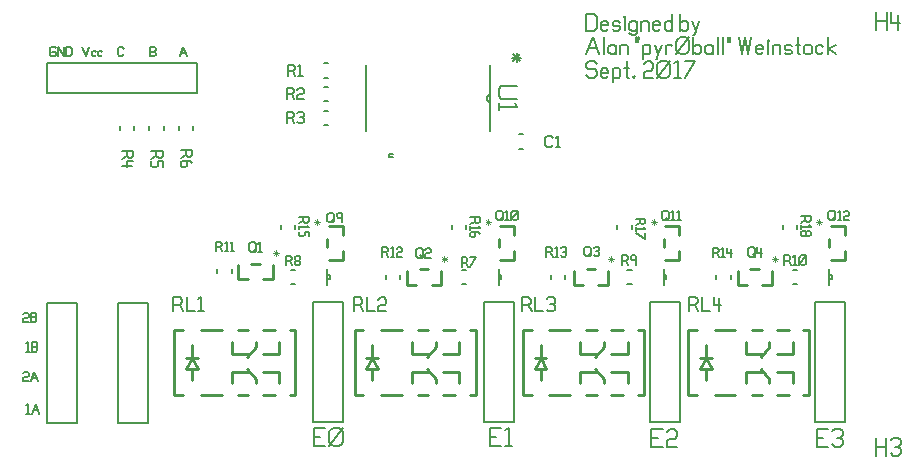
<source format=gto>
G04 -- Generated By PCBWeb Designer*
%FSLAX24Y24*%
%MOIN*%
%OFA0B0*%
%SFA1.0B1.0*%
%AMROTRECT*21,1,$1,$2,0,0,$3*%
%AMROTOBLONG*1,1,$7,$1,$2*1,1,$7,$3,$4*21,1,$5,$6,0,0,$8*%
%ADD10C,0.025*%
%ADD11R,0.022X0.085*%
%ADD12R,0.032X0.095*%
%ADD13C,0.006*%
%ADD14C,0.0075*%
%ADD15C,0.0235*%
%ADD16C,0.008*%
%ADD17C,0.024*%
%ADD18C,0.05*%
%ADD19C,0.028*%
%ADD20C,0.06*%
%ADD21C,0.035*%
%ADD22C,0.07*%
%ADD23R,0.0433X0.055*%
%ADD24R,0.0533X0.065*%
%ADD25R,0.055X0.0433*%
%ADD26R,0.065X0.0533*%
%ADD27C,0.1772*%
%ADD28C,0.128*%
%ADD29C,0.1872*%
%ADD30C,0.0059*%
%ADD31R,0.0276X0.0236*%
%ADD32R,0.0376X0.0336*%
%ADD33C,0.01*%
%ADD34C,0.0039*%
%ADD35C,0.0199*%
%ADD36R,0.07X0.085*%
%ADD37R,0.08X0.095*%
%ADD38R,0.0276X0.0787*%
%ADD39R,0.0376X0.0887*%
%ADD40R,0.0236X0.0276*%
%ADD41R,0.0336X0.0376*%
%ADD42C,0.0*%
%ADD43C,0.0394*%
%ADD44C,0.0258*%
%ADD45C,0.0098*%
G01*
%LNERASE*%
%LPC*%
G54D15*
X18187Y14712D02*
X18412Y14487D01*
X18412Y14712D02*
X18187Y14487D01*
X18449Y14599D02*
X18149Y14599D01*
X18299Y14749D02*
X18299Y14449D01*
G54D17*
X18315Y13645D02*
X17790Y13645D01*
X17715Y13570D01*
X17715Y13307D01*
X17790Y13232D01*
X18315Y13232D01*
X17715Y13082D02*
X17715Y12857D01*
X17715Y12970D02*
X18315Y12970D01*
X18240Y13082D01*
X11903Y2257D02*
X11528Y2257D01*
X11528Y1657D01*
X11903Y1657D01*
X11528Y1957D02*
X11753Y1957D01*
X12053Y1807D02*
X12090Y1732D01*
X12128Y1695D01*
X12203Y1657D01*
X12353Y1657D01*
X12428Y1695D01*
X12465Y1732D01*
X12503Y1807D01*
X12503Y2107D01*
X12465Y2182D01*
X12428Y2220D01*
X12353Y2257D01*
X12203Y2257D01*
X12128Y2220D01*
X12090Y2182D01*
X12053Y2107D01*
X12053Y1807D01*
X12053Y1807D01*
X12053Y1657D02*
X12503Y2257D01*
X17769Y2257D02*
X17394Y2257D01*
X17394Y1657D01*
X17769Y1657D01*
X17394Y1957D02*
X17619Y1957D01*
X17919Y1657D02*
X18144Y1657D01*
X18031Y1657D02*
X18031Y2257D01*
X17919Y2182D01*
X23163Y2237D02*
X22788Y2237D01*
X22788Y1637D01*
X23163Y1637D01*
X22788Y1937D02*
X23013Y1937D01*
X23313Y2124D02*
X23425Y2237D01*
X23538Y2237D01*
X23650Y2124D01*
X23650Y1974D01*
X23575Y1899D01*
X23388Y1899D01*
X23313Y1824D01*
X23313Y1637D01*
X23650Y1637D01*
X28674Y2237D02*
X28299Y2237D01*
X28299Y1637D01*
X28674Y1637D01*
X28299Y1937D02*
X28524Y1937D01*
X28824Y2162D02*
X28899Y2237D01*
X29087Y2237D01*
X29162Y2162D01*
X29162Y2012D01*
X29087Y1937D01*
X28974Y1937D01*
X29087Y1937D02*
X29162Y1862D01*
X29162Y1712D01*
X29087Y1637D01*
X28899Y1637D01*
X28824Y1712D01*
X10665Y13983D02*
X10665Y14361D01*
X10830Y14361D01*
X10901Y14290D01*
X10901Y14219D01*
X10830Y14148D01*
X10665Y14148D01*
X10830Y14148D02*
X10925Y13983D01*
X11019Y13983D02*
X11161Y13983D01*
X11090Y13983D02*
X11090Y14361D01*
X11019Y14314D01*
X10632Y13211D02*
X10632Y13589D01*
X10798Y13589D01*
X10869Y13518D01*
X10869Y13448D01*
X10798Y13377D01*
X10632Y13377D01*
X10798Y13377D02*
X10892Y13211D01*
X10987Y13518D02*
X11058Y13589D01*
X11128Y13589D01*
X11199Y13518D01*
X11199Y13424D01*
X11152Y13377D01*
X11034Y13377D01*
X10987Y13329D01*
X10987Y13211D01*
X11199Y13211D01*
X10632Y12424D02*
X10632Y12802D01*
X10798Y12802D01*
X10869Y12731D01*
X10869Y12660D01*
X10798Y12589D01*
X10632Y12589D01*
X10798Y12589D02*
X10892Y12424D01*
X10987Y12755D02*
X11034Y12802D01*
X11152Y12802D01*
X11199Y12755D01*
X11199Y12660D01*
X11152Y12613D01*
X11081Y12613D01*
X11152Y12613D02*
X11199Y12566D01*
X11199Y12471D01*
X11152Y12424D01*
X11034Y12424D01*
X10987Y12471D01*
X19511Y11912D02*
X19441Y11983D01*
X19322Y11983D01*
X19252Y11912D01*
X19252Y11676D01*
X19322Y11605D01*
X19441Y11605D01*
X19511Y11676D01*
X19606Y11605D02*
X19748Y11605D01*
X19677Y11605D02*
X19677Y11983D01*
X19606Y11936D01*
X5140Y11495D02*
X5518Y11495D01*
X5518Y11329D01*
X5448Y11258D01*
X5377Y11258D01*
X5306Y11329D01*
X5306Y11495D01*
X5306Y11329D02*
X5140Y11235D01*
X5518Y11140D02*
X5306Y11140D01*
X5306Y10951D01*
X5471Y10999D02*
X5140Y10999D01*
X6125Y11495D02*
X6503Y11495D01*
X6503Y11329D01*
X6432Y11258D01*
X6361Y11258D01*
X6290Y11329D01*
X6290Y11495D01*
X6290Y11329D02*
X6125Y11235D01*
X6503Y10951D02*
X6503Y11140D01*
X6337Y11140D01*
X6337Y10999D01*
X6290Y10951D01*
X6172Y10951D01*
X6125Y10999D01*
X6125Y11140D01*
X7109Y11513D02*
X7487Y11513D01*
X7487Y11348D01*
X7416Y11277D01*
X7345Y11277D01*
X7274Y11348D01*
X7274Y11513D01*
X7274Y11348D02*
X7109Y11253D01*
X7487Y11088D02*
X7416Y11159D01*
X7156Y11159D01*
X7109Y11112D01*
X7109Y10994D01*
X7156Y10946D01*
X7251Y10946D01*
X7298Y10994D01*
X7298Y11112D01*
X7251Y11159D01*
X2933Y14921D02*
X2894Y14961D01*
X2776Y14961D01*
X2736Y14921D01*
X2736Y14685D01*
X2776Y14646D01*
X2894Y14646D01*
X2933Y14685D01*
X2933Y14803D01*
X2795Y14803D01*
X3012Y14646D02*
X3012Y14961D01*
X3209Y14646D01*
X3209Y14961D01*
X3287Y14646D02*
X3287Y14961D01*
X3425Y14961D01*
X3484Y14902D01*
X3484Y14705D01*
X3425Y14646D01*
X3287Y14646D01*
X3287Y14646D01*
X3819Y14961D02*
X3937Y14646D01*
X4055Y14961D01*
X4272Y14784D02*
X4232Y14823D01*
X4173Y14823D01*
X4134Y14784D01*
X4134Y14685D01*
X4173Y14646D01*
X4232Y14646D01*
X4272Y14685D01*
X4488Y14784D02*
X4449Y14823D01*
X4390Y14823D01*
X4350Y14784D01*
X4350Y14685D01*
X4390Y14646D01*
X4449Y14646D01*
X4488Y14685D01*
X5217Y14902D02*
X5158Y14961D01*
X5059Y14961D01*
X5000Y14902D01*
X5000Y14705D01*
X5059Y14646D01*
X5158Y14646D01*
X5217Y14705D01*
X6083Y14646D02*
X6083Y14961D01*
X6221Y14961D01*
X6260Y14921D01*
X6260Y14843D01*
X6221Y14803D01*
X6260Y14764D01*
X6260Y14685D01*
X6221Y14646D01*
X6083Y14646D01*
X6221Y14803D02*
X6083Y14803D01*
X7112Y14764D02*
X7258Y14764D01*
X7067Y14646D02*
X7185Y14961D01*
X7303Y14646D01*
X1850Y6043D02*
X1909Y6102D01*
X1969Y6102D01*
X2028Y6043D01*
X2028Y5965D01*
X1988Y5925D01*
X1890Y5925D01*
X1850Y5886D01*
X1850Y5787D01*
X2028Y5787D01*
X2106Y5787D02*
X2106Y6102D01*
X2244Y6102D01*
X2283Y6063D01*
X2283Y5984D01*
X2244Y5945D01*
X2283Y5906D01*
X2283Y5827D01*
X2244Y5787D01*
X2106Y5787D01*
X2244Y5945D02*
X2106Y5945D01*
X1949Y4803D02*
X2067Y4803D01*
X2008Y4803D02*
X2008Y5118D01*
X1949Y5079D01*
X2146Y4803D02*
X2146Y5118D01*
X2283Y5118D01*
X2323Y5079D01*
X2323Y5000D01*
X2283Y4961D01*
X2323Y4921D01*
X2323Y4843D01*
X2283Y4803D01*
X2146Y4803D01*
X2283Y4961D02*
X2146Y4961D01*
X1850Y4075D02*
X1909Y4134D01*
X1969Y4134D01*
X2028Y4075D01*
X2028Y3996D01*
X1988Y3957D01*
X1890Y3957D01*
X1850Y3917D01*
X1850Y3819D01*
X2028Y3819D01*
X2152Y3937D02*
X2297Y3937D01*
X2106Y3819D02*
X2224Y4134D01*
X2343Y3819D01*
X1949Y2736D02*
X2067Y2736D01*
X2008Y2736D02*
X2008Y3051D01*
X1949Y3012D01*
X2191Y2854D02*
X2337Y2854D01*
X2146Y2736D02*
X2264Y3051D01*
X2382Y2736D01*
X21805Y7690D02*
X21805Y8005D01*
X21942Y8005D01*
X22001Y7946D01*
X22001Y7887D01*
X21942Y7828D01*
X21805Y7828D01*
X21942Y7828D02*
X22021Y7690D01*
X22100Y7966D02*
X22139Y8005D01*
X22238Y8005D01*
X22277Y7966D01*
X22277Y7887D01*
X22238Y7848D01*
X22139Y7848D01*
X22100Y7887D01*
X22100Y7966D01*
X22100Y7966D01*
X22277Y7887D02*
X22277Y7690D01*
X27226Y7690D02*
X27226Y8005D01*
X27363Y8005D01*
X27422Y7946D01*
X27422Y7887D01*
X27363Y7828D01*
X27226Y7828D01*
X27363Y7828D02*
X27442Y7690D01*
X27521Y7690D02*
X27639Y7690D01*
X27580Y7690D02*
X27580Y8005D01*
X27521Y7966D01*
X27718Y7769D02*
X27737Y7730D01*
X27757Y7710D01*
X27796Y7690D01*
X27875Y7690D01*
X27914Y7710D01*
X27934Y7730D01*
X27954Y7769D01*
X27954Y7926D01*
X27934Y7966D01*
X27914Y7985D01*
X27875Y8005D01*
X27796Y8005D01*
X27757Y7985D01*
X27737Y7966D01*
X27718Y7926D01*
X27718Y7769D01*
X27718Y7769D01*
X27718Y7690D02*
X27954Y8005D01*
G54D35*
X11575Y9039D02*
X11717Y9181D01*
X11575Y9181D02*
X11717Y9039D01*
X11646Y9205D02*
X11646Y9016D01*
X11551Y9110D02*
X11740Y9110D01*
G54D17*
X12045Y9108D02*
X11986Y9167D01*
X11986Y9364D01*
X12045Y9423D01*
X12163Y9423D01*
X12222Y9364D01*
X12222Y9167D01*
X12163Y9108D01*
X12045Y9108D01*
X12045Y9108D01*
X12222Y9108D02*
X12143Y9187D01*
X12301Y9383D02*
X12340Y9423D01*
X12439Y9423D01*
X12478Y9383D01*
X12478Y9305D01*
X12439Y9265D01*
X12340Y9265D01*
X12301Y9305D01*
X12301Y9383D01*
X12301Y9383D01*
X12478Y9305D02*
X12478Y9108D01*
G54D35*
X17283Y9039D02*
X17425Y9181D01*
X17283Y9181D02*
X17425Y9039D01*
X17354Y9205D02*
X17354Y9016D01*
X17260Y9110D02*
X17449Y9110D01*
G54D17*
X17667Y9187D02*
X17608Y9246D01*
X17608Y9443D01*
X17667Y9502D01*
X17785Y9502D01*
X17844Y9443D01*
X17844Y9246D01*
X17785Y9187D01*
X17667Y9187D01*
X17667Y9187D01*
X17844Y9187D02*
X17766Y9265D01*
X17923Y9187D02*
X18041Y9187D01*
X17982Y9187D02*
X17982Y9502D01*
X17923Y9462D01*
X18120Y9265D02*
X18140Y9226D01*
X18159Y9206D01*
X18199Y9187D01*
X18277Y9187D01*
X18317Y9206D01*
X18337Y9226D01*
X18356Y9265D01*
X18356Y9423D01*
X18337Y9462D01*
X18317Y9482D01*
X18277Y9502D01*
X18199Y9502D01*
X18159Y9482D01*
X18140Y9462D01*
X18120Y9423D01*
X18120Y9265D01*
X18120Y9265D01*
X18120Y9187D02*
X18356Y9502D01*
G54D35*
X22795Y9039D02*
X22937Y9181D01*
X22795Y9181D02*
X22937Y9039D01*
X22866Y9205D02*
X22866Y9016D01*
X22772Y9110D02*
X22961Y9110D01*
G54D17*
X23193Y9187D02*
X23134Y9246D01*
X23134Y9443D01*
X23193Y9502D01*
X23311Y9502D01*
X23370Y9443D01*
X23370Y9246D01*
X23311Y9187D01*
X23193Y9187D01*
X23193Y9187D01*
X23370Y9187D02*
X23291Y9265D01*
X23449Y9187D02*
X23567Y9187D01*
X23508Y9187D02*
X23508Y9502D01*
X23449Y9462D01*
X23646Y9187D02*
X23764Y9187D01*
X23705Y9187D02*
X23705Y9502D01*
X23646Y9462D01*
G54D35*
X28307Y9039D02*
X28449Y9181D01*
X28307Y9181D02*
X28449Y9039D01*
X28378Y9205D02*
X28378Y9016D01*
X28283Y9110D02*
X28472Y9110D01*
G54D17*
X28747Y9187D02*
X28688Y9246D01*
X28688Y9443D01*
X28747Y9502D01*
X28865Y9502D01*
X28924Y9443D01*
X28924Y9246D01*
X28865Y9187D01*
X28747Y9187D01*
X28747Y9187D01*
X28924Y9187D02*
X28845Y9265D01*
X29003Y9187D02*
X29121Y9187D01*
X29062Y9187D02*
X29062Y9502D01*
X29003Y9462D01*
X29200Y9443D02*
X29259Y9502D01*
X29318Y9502D01*
X29377Y9443D01*
X29377Y9364D01*
X29338Y9324D01*
X29239Y9324D01*
X29200Y9285D01*
X29200Y9187D01*
X29377Y9187D01*
X8275Y8147D02*
X8275Y8462D01*
X8412Y8462D01*
X8471Y8403D01*
X8471Y8344D01*
X8412Y8285D01*
X8275Y8285D01*
X8412Y8285D02*
X8491Y8147D01*
X8570Y8147D02*
X8688Y8147D01*
X8629Y8147D02*
X8629Y8462D01*
X8570Y8422D01*
X8767Y8147D02*
X8885Y8147D01*
X8826Y8147D02*
X8826Y8462D01*
X8767Y8422D01*
X13806Y7967D02*
X13806Y8282D01*
X13944Y8282D01*
X14003Y8223D01*
X14003Y8164D01*
X13944Y8105D01*
X13806Y8105D01*
X13944Y8105D02*
X14023Y7967D01*
X14102Y7967D02*
X14220Y7967D01*
X14161Y7967D02*
X14161Y8282D01*
X14102Y8242D01*
X14298Y8223D02*
X14357Y8282D01*
X14416Y8282D01*
X14476Y8223D01*
X14476Y8144D01*
X14436Y8105D01*
X14338Y8105D01*
X14298Y8065D01*
X14298Y7967D01*
X14476Y7967D01*
X19279Y7967D02*
X19279Y8282D01*
X19417Y8282D01*
X19476Y8223D01*
X19476Y8164D01*
X19417Y8105D01*
X19279Y8105D01*
X19417Y8105D02*
X19495Y7967D01*
X19574Y7967D02*
X19692Y7967D01*
X19633Y7967D02*
X19633Y8282D01*
X19574Y8242D01*
X19771Y8242D02*
X19810Y8282D01*
X19909Y8282D01*
X19948Y8242D01*
X19948Y8164D01*
X19909Y8124D01*
X19850Y8124D01*
X19909Y8124D02*
X19948Y8085D01*
X19948Y8006D01*
X19909Y7967D01*
X19810Y7967D01*
X19771Y8006D01*
X24830Y7948D02*
X24830Y8263D01*
X24968Y8263D01*
X25027Y8204D01*
X25027Y8145D01*
X24968Y8086D01*
X24830Y8086D01*
X24968Y8086D02*
X25047Y7948D01*
X25125Y7948D02*
X25244Y7948D01*
X25184Y7948D02*
X25184Y8263D01*
X25125Y8224D01*
X25322Y8263D02*
X25322Y8086D01*
X25480Y8086D01*
X25440Y8224D02*
X25440Y7948D01*
X11050Y9296D02*
X11365Y9296D01*
X11365Y9158D01*
X11306Y9099D01*
X11247Y9099D01*
X11188Y9158D01*
X11188Y9296D01*
X11188Y9158D02*
X11050Y9080D01*
X11050Y9001D02*
X11050Y8883D01*
X11050Y8942D02*
X11365Y8942D01*
X11325Y9001D01*
X11365Y8647D02*
X11365Y8804D01*
X11227Y8804D01*
X11227Y8686D01*
X11188Y8647D01*
X11089Y8647D01*
X11050Y8686D01*
X11050Y8804D01*
X16759Y9276D02*
X17074Y9276D01*
X17074Y9138D01*
X17014Y9079D01*
X16955Y9079D01*
X16896Y9138D01*
X16896Y9276D01*
X16896Y9138D02*
X16759Y9059D01*
X16759Y8980D02*
X16759Y8862D01*
X16759Y8921D02*
X17074Y8921D01*
X17034Y8980D01*
X17074Y8724D02*
X17014Y8783D01*
X16798Y8783D01*
X16759Y8744D01*
X16759Y8646D01*
X16798Y8606D01*
X16877Y8606D01*
X16916Y8646D01*
X16916Y8744D01*
X16877Y8783D01*
X22270Y9236D02*
X22585Y9236D01*
X22585Y9098D01*
X22526Y9039D01*
X22467Y9039D01*
X22408Y9098D01*
X22408Y9236D01*
X22408Y9098D02*
X22270Y9020D01*
X22270Y8941D02*
X22270Y8823D01*
X22270Y8882D02*
X22585Y8882D01*
X22546Y8941D01*
X22585Y8744D02*
X22585Y8567D01*
X22270Y8744D01*
X27782Y9315D02*
X28097Y9315D01*
X28097Y9177D01*
X28038Y9118D01*
X27979Y9118D01*
X27920Y9177D01*
X27920Y9315D01*
X27920Y9177D02*
X27782Y9098D01*
X27782Y9020D02*
X27782Y8902D01*
X27782Y8961D02*
X28097Y8961D01*
X28058Y9020D01*
X27822Y8823D02*
X27782Y8783D01*
X27782Y8685D01*
X27822Y8646D01*
X27900Y8646D01*
X27940Y8685D01*
X27940Y8783D01*
X27900Y8823D01*
X27822Y8823D01*
X27822Y8823D01*
X27940Y8685D02*
X27979Y8646D01*
X28058Y8646D01*
X28097Y8685D01*
X28097Y8783D01*
X28058Y8823D01*
X27979Y8823D01*
X27940Y8783D01*
X20614Y15496D02*
X20614Y16063D01*
X20862Y16063D01*
X20969Y15957D01*
X20969Y15602D01*
X20862Y15496D01*
X20614Y15496D01*
X20614Y15496D01*
X21358Y15567D02*
X21287Y15496D01*
X21181Y15496D01*
X21110Y15567D01*
X21110Y15744D01*
X21181Y15815D01*
X21287Y15815D01*
X21358Y15744D01*
X21358Y15673D01*
X21110Y15673D01*
X21730Y15762D02*
X21677Y15815D01*
X21553Y15815D01*
X21500Y15762D01*
X21500Y15691D01*
X21536Y15656D01*
X21695Y15656D01*
X21730Y15620D01*
X21730Y15549D01*
X21677Y15496D01*
X21553Y15496D01*
X21500Y15549D01*
X21899Y15505D02*
X21899Y15939D01*
X21881Y15957D02*
X21899Y15974D01*
X21916Y15957D01*
X21899Y15939D01*
X21881Y15957D01*
X22058Y15709D02*
X22058Y15744D01*
X22129Y15815D01*
X22235Y15815D01*
X22306Y15744D01*
X22306Y15567D01*
X22235Y15496D01*
X22129Y15496D01*
X22058Y15567D01*
X22058Y15709D01*
X22306Y15815D02*
X22306Y15425D01*
X22235Y15354D01*
X22129Y15354D01*
X22058Y15425D01*
X22448Y15815D02*
X22448Y15496D01*
X22448Y15762D02*
X22501Y15815D01*
X22643Y15815D01*
X22696Y15762D01*
X22696Y15496D01*
X23086Y15567D02*
X23015Y15496D01*
X22909Y15496D01*
X22838Y15567D01*
X22838Y15744D01*
X22909Y15815D01*
X23015Y15815D01*
X23086Y15744D01*
X23086Y15673D01*
X22838Y15673D01*
X23227Y15567D02*
X23227Y15744D01*
X23298Y15815D01*
X23405Y15815D01*
X23475Y15744D01*
X23475Y15567D01*
X23405Y15496D01*
X23298Y15496D01*
X23227Y15567D01*
X23475Y15496D02*
X23475Y16063D01*
X23759Y15496D02*
X23759Y16063D01*
X23759Y15567D02*
X23830Y15496D01*
X23936Y15496D01*
X24007Y15567D01*
X24007Y15744D01*
X23936Y15815D01*
X23830Y15815D01*
X23759Y15744D01*
X24149Y15815D02*
X24273Y15496D01*
X24379Y15815D01*
X24273Y15496D02*
X24237Y15372D01*
X24220Y15354D01*
X24184Y15354D01*
X20696Y14921D02*
X20958Y14921D01*
X20614Y14709D02*
X20827Y15276D01*
X21039Y14709D01*
X21217Y15276D02*
X21217Y14709D01*
X21358Y14780D02*
X21429Y14709D01*
X21536Y14709D01*
X21606Y14780D01*
X21606Y14957D01*
X21536Y15028D01*
X21429Y15028D01*
X21358Y14957D01*
X21358Y14780D01*
X21606Y14709D02*
X21606Y15028D01*
X21748Y15028D02*
X21748Y14709D01*
X21748Y14974D02*
X21801Y15028D01*
X21943Y15028D01*
X21996Y14974D01*
X21996Y14709D01*
X22280Y15276D02*
X22280Y15134D01*
X22297Y15276D01*
X22280Y15276D01*
X22280Y15276D01*
X22350Y15276D02*
X22350Y15134D01*
X22368Y15276D01*
X22350Y15276D01*
X22350Y15276D01*
X22510Y14762D02*
X22563Y14709D01*
X22705Y14709D01*
X22758Y14762D01*
X22758Y14974D01*
X22705Y15028D01*
X22563Y15028D01*
X22510Y14974D01*
X22510Y14567D01*
X22510Y14974D02*
X22510Y15028D01*
X22900Y15028D02*
X23024Y14709D01*
X23130Y15028D01*
X23024Y14709D02*
X22988Y14585D01*
X22971Y14567D01*
X22935Y14567D01*
X23272Y15028D02*
X23272Y14709D01*
X23484Y14974D02*
X23431Y15028D01*
X23325Y15028D01*
X23272Y14974D01*
X23272Y14957D01*
X23626Y14850D02*
X23661Y14780D01*
X23697Y14744D01*
X23768Y14709D01*
X23910Y14709D01*
X23980Y14744D01*
X24016Y14780D01*
X24051Y14850D01*
X24051Y15134D01*
X24016Y15205D01*
X23980Y15240D01*
X23910Y15276D01*
X23768Y15276D01*
X23697Y15240D01*
X23661Y15205D01*
X23626Y15134D01*
X23626Y14850D01*
X23626Y14850D01*
X23626Y14709D02*
X24051Y15276D01*
X24193Y14709D02*
X24193Y15276D01*
X24193Y14780D02*
X24264Y14709D01*
X24370Y14709D01*
X24441Y14780D01*
X24441Y14957D01*
X24370Y15028D01*
X24264Y15028D01*
X24193Y14957D01*
X24583Y14780D02*
X24654Y14709D01*
X24760Y14709D01*
X24831Y14780D01*
X24831Y14957D01*
X24760Y15028D01*
X24654Y15028D01*
X24583Y14957D01*
X24583Y14780D01*
X24831Y14709D02*
X24831Y15028D01*
X25008Y15276D02*
X25008Y14709D01*
X25185Y15276D02*
X25185Y14709D01*
X25327Y15276D02*
X25327Y15134D01*
X25345Y15276D01*
X25327Y15276D01*
X25327Y15276D01*
X25398Y15276D02*
X25398Y15134D01*
X25415Y15276D01*
X25398Y15276D01*
X25398Y15276D01*
X25699Y15276D02*
X25805Y14709D01*
X25911Y15276D01*
X26018Y14709D01*
X26124Y15276D01*
X26514Y14780D02*
X26443Y14709D01*
X26337Y14709D01*
X26266Y14780D01*
X26266Y14957D01*
X26337Y15028D01*
X26443Y15028D01*
X26514Y14957D01*
X26514Y14886D01*
X26266Y14886D01*
X26682Y14718D02*
X26682Y15152D01*
X26664Y15169D02*
X26682Y15187D01*
X26700Y15169D01*
X26682Y15152D01*
X26664Y15169D01*
X26842Y15028D02*
X26842Y14709D01*
X26842Y14974D02*
X26895Y15028D01*
X27036Y15028D01*
X27090Y14974D01*
X27090Y14709D01*
X27462Y14974D02*
X27409Y15028D01*
X27285Y15028D01*
X27231Y14974D01*
X27231Y14904D01*
X27267Y14868D01*
X27426Y14868D01*
X27462Y14833D01*
X27462Y14762D01*
X27409Y14709D01*
X27285Y14709D01*
X27231Y14762D01*
X27603Y15028D02*
X27745Y15028D01*
X27745Y14709D02*
X27710Y14709D01*
X27674Y14744D01*
X27674Y15276D01*
X27940Y15028D02*
X27887Y14974D01*
X27887Y14762D01*
X27940Y14709D01*
X28082Y14709D01*
X28135Y14762D01*
X28135Y14974D01*
X28082Y15028D01*
X27940Y15028D01*
X28525Y14957D02*
X28454Y15028D01*
X28348Y15028D01*
X28277Y14957D01*
X28277Y14780D01*
X28348Y14709D01*
X28454Y14709D01*
X28525Y14780D01*
X28666Y14709D02*
X28666Y15276D01*
X28666Y14886D02*
X28932Y15028D01*
X28702Y14904D02*
X28932Y14709D01*
X20969Y14382D02*
X20862Y14488D01*
X20721Y14488D01*
X20614Y14382D01*
X20614Y14276D01*
X20685Y14205D01*
X20898Y14205D01*
X20969Y14134D01*
X20969Y14028D01*
X20862Y13921D01*
X20721Y13921D01*
X20614Y14028D01*
X21358Y13992D02*
X21287Y13921D01*
X21181Y13921D01*
X21110Y13992D01*
X21110Y14169D01*
X21181Y14240D01*
X21287Y14240D01*
X21358Y14169D01*
X21358Y14098D01*
X21110Y14098D01*
X21500Y13974D02*
X21553Y13921D01*
X21695Y13921D01*
X21748Y13974D01*
X21748Y14187D01*
X21695Y14240D01*
X21553Y14240D01*
X21500Y14187D01*
X21500Y13780D01*
X21500Y14187D02*
X21500Y14240D01*
X21890Y14240D02*
X22032Y14240D01*
X22032Y13921D02*
X21996Y13921D01*
X21961Y13957D01*
X21961Y14488D01*
X22173Y13957D02*
X22209Y13921D01*
X22244Y13957D01*
X22209Y13992D01*
X22173Y13957D01*
X22528Y14382D02*
X22634Y14488D01*
X22740Y14488D01*
X22847Y14382D01*
X22847Y14240D01*
X22776Y14169D01*
X22598Y14169D01*
X22528Y14098D01*
X22528Y13921D01*
X22847Y13921D01*
X22988Y14063D02*
X23024Y13992D01*
X23059Y13957D01*
X23130Y13921D01*
X23272Y13921D01*
X23343Y13957D01*
X23378Y13992D01*
X23413Y14063D01*
X23413Y14346D01*
X23378Y14417D01*
X23343Y14453D01*
X23272Y14488D01*
X23130Y14488D01*
X23059Y14453D01*
X23024Y14417D01*
X22988Y14346D01*
X22988Y14063D01*
X22988Y14063D01*
X22988Y13921D02*
X23413Y14488D01*
X23555Y13921D02*
X23768Y13921D01*
X23661Y13921D02*
X23661Y14488D01*
X23555Y14417D01*
X23910Y14488D02*
X24228Y14488D01*
X23910Y13921D01*
X6858Y6148D02*
X6858Y6620D01*
X7065Y6620D01*
X7153Y6532D01*
X7153Y6443D01*
X7065Y6354D01*
X6858Y6354D01*
X7065Y6354D02*
X7183Y6148D01*
X7301Y6620D02*
X7301Y6148D01*
X7567Y6148D01*
X7685Y6148D02*
X7862Y6148D01*
X7773Y6148D02*
X7773Y6620D01*
X7685Y6561D01*
G54D35*
X10211Y8150D02*
X10353Y8008D01*
X10353Y8150D02*
X10211Y8008D01*
X10376Y8079D02*
X10187Y8079D01*
X10282Y8173D02*
X10282Y7984D01*
G54D17*
X9433Y8125D02*
X9374Y8185D01*
X9374Y8381D01*
X9433Y8440D01*
X9551Y8440D01*
X9610Y8381D01*
X9610Y8185D01*
X9551Y8125D01*
X9433Y8125D01*
X9433Y8125D01*
X9610Y8125D02*
X9531Y8204D01*
X9689Y8125D02*
X9807Y8125D01*
X9748Y8125D02*
X9748Y8440D01*
X9689Y8401D01*
G54D35*
X15821Y7953D02*
X15963Y7811D01*
X15963Y7953D02*
X15821Y7811D01*
X15987Y7882D02*
X15798Y7882D01*
X15892Y7977D02*
X15892Y7788D01*
G54D17*
X14994Y7936D02*
X14935Y7995D01*
X14935Y8192D01*
X14994Y8251D01*
X15112Y8251D01*
X15171Y8192D01*
X15171Y7995D01*
X15112Y7936D01*
X14994Y7936D01*
X14994Y7936D01*
X15171Y7936D02*
X15093Y8014D01*
X15250Y8192D02*
X15309Y8251D01*
X15368Y8251D01*
X15427Y8192D01*
X15427Y8113D01*
X15388Y8073D01*
X15289Y8073D01*
X15250Y8034D01*
X15250Y7936D01*
X15427Y7936D01*
X12862Y6141D02*
X12862Y6613D01*
X13069Y6613D01*
X13157Y6525D01*
X13157Y6436D01*
X13069Y6347D01*
X12862Y6347D01*
X13069Y6347D02*
X13187Y6141D01*
X13305Y6613D02*
X13305Y6141D01*
X13571Y6141D01*
X13689Y6525D02*
X13777Y6613D01*
X13866Y6613D01*
X13954Y6525D01*
X13954Y6406D01*
X13895Y6347D01*
X13748Y6347D01*
X13689Y6288D01*
X13689Y6141D01*
X13954Y6141D01*
G54D35*
X21382Y7953D02*
X21524Y7811D01*
X21524Y7953D02*
X21382Y7811D01*
X21548Y7882D02*
X21359Y7882D01*
X21453Y7977D02*
X21453Y7788D01*
G54D17*
X20604Y7985D02*
X20545Y8044D01*
X20545Y8241D01*
X20604Y8300D01*
X20723Y8300D01*
X20782Y8241D01*
X20782Y8044D01*
X20723Y7985D01*
X20604Y7985D01*
X20604Y7985D01*
X20782Y7985D02*
X20703Y8064D01*
X20860Y8260D02*
X20900Y8300D01*
X20998Y8300D01*
X21038Y8260D01*
X21038Y8182D01*
X20998Y8142D01*
X20939Y8142D01*
X20998Y8142D02*
X21038Y8103D01*
X21038Y8024D01*
X20998Y7985D01*
X20900Y7985D01*
X20860Y8024D01*
G54D35*
X26845Y7953D02*
X26987Y7811D01*
X26987Y7953D02*
X26845Y7811D01*
X27011Y7882D02*
X26822Y7882D01*
X26916Y7977D02*
X26916Y7788D01*
G54D17*
X26067Y7966D02*
X26008Y8025D01*
X26008Y8222D01*
X26067Y8281D01*
X26185Y8281D01*
X26244Y8222D01*
X26244Y8025D01*
X26185Y7966D01*
X26067Y7966D01*
X26067Y7966D01*
X26244Y7966D02*
X26166Y8045D01*
X26323Y8281D02*
X26323Y8104D01*
X26481Y8104D01*
X26441Y8242D02*
X26441Y7966D01*
X18472Y6141D02*
X18472Y6613D01*
X18679Y6613D01*
X18767Y6525D01*
X18767Y6436D01*
X18679Y6347D01*
X18472Y6347D01*
X18679Y6347D02*
X18797Y6141D01*
X18915Y6613D02*
X18915Y6141D01*
X19181Y6141D01*
X19299Y6554D02*
X19358Y6613D01*
X19506Y6613D01*
X19565Y6554D01*
X19565Y6436D01*
X19506Y6377D01*
X19417Y6377D01*
X19506Y6377D02*
X19565Y6318D01*
X19565Y6200D01*
X19506Y6141D01*
X19358Y6141D01*
X19299Y6200D01*
X24033Y6159D02*
X24033Y6632D01*
X24240Y6632D01*
X24329Y6543D01*
X24329Y6455D01*
X24240Y6366D01*
X24033Y6366D01*
X24240Y6366D02*
X24358Y6159D01*
X24476Y6632D02*
X24476Y6159D01*
X24742Y6159D01*
X24860Y6632D02*
X24860Y6366D01*
X25096Y6366D01*
X25037Y6573D02*
X25037Y6159D01*
X30273Y1933D02*
X30273Y1333D01*
X30610Y1933D02*
X30610Y1333D01*
X30273Y1633D02*
X30610Y1633D01*
X30760Y1858D02*
X30835Y1933D01*
X31023Y1933D01*
X31098Y1858D01*
X31098Y1708D01*
X31023Y1633D01*
X30910Y1633D01*
X31023Y1633D02*
X31098Y1558D01*
X31098Y1408D01*
X31023Y1333D01*
X30835Y1333D01*
X30760Y1408D01*
X30292Y16106D02*
X30292Y15506D01*
X30629Y16106D02*
X30629Y15506D01*
X30292Y15806D02*
X30629Y15806D01*
X30779Y16106D02*
X30779Y15768D01*
X31079Y15768D01*
X31004Y16031D02*
X31004Y15506D01*
X16461Y7631D02*
X16461Y7946D01*
X16598Y7946D01*
X16658Y7887D01*
X16658Y7828D01*
X16598Y7769D01*
X16461Y7769D01*
X16598Y7769D02*
X16677Y7631D01*
X16756Y7946D02*
X16933Y7946D01*
X16756Y7631D01*
X10604Y7681D02*
X10604Y7996D01*
X10742Y7996D01*
X10801Y7937D01*
X10801Y7877D01*
X10742Y7818D01*
X10604Y7818D01*
X10742Y7818D02*
X10821Y7681D01*
X10899Y7720D02*
X10939Y7681D01*
X11037Y7681D01*
X11077Y7720D01*
X11077Y7799D01*
X11037Y7838D01*
X10939Y7838D01*
X10899Y7799D01*
X10899Y7720D01*
X10899Y7720D01*
X11037Y7838D02*
X11077Y7877D01*
X11077Y7956D01*
X11037Y7996D01*
X10939Y7996D01*
X10899Y7956D01*
X10899Y7877D01*
X10939Y7838D01*
%LNSTD*%
%LPD*%
G54D13*
X14179Y11289D02*
X14029Y11289D01*
X14029Y11389D01*
X14179Y11389D01*
G54D14*
X18187Y14712D02*
X18412Y14487D01*
X18412Y14712D02*
X18187Y14487D01*
X18449Y14599D02*
X18149Y14599D01*
X18299Y14749D02*
X18299Y14449D01*
G54D13*
X13289Y14344D02*
X13289Y12144D01*
X17419Y12144D02*
X17419Y14344D01*
X17419Y13364D02*
X17411Y13364D01*
X17403Y13363D01*
X17395Y13362D01*
X17388Y13360D01*
X17380Y13357D01*
X17373Y13355D01*
X17365Y13351D01*
X17358Y13347D01*
X17351Y13343D01*
X17345Y13338D01*
X17339Y13333D01*
X17333Y13328D01*
X17328Y13322D01*
X17323Y13315D01*
X17318Y13309D01*
X17314Y13302D01*
X17311Y13295D01*
X17307Y13287D01*
X17305Y13280D01*
X17303Y13272D01*
X17301Y13264D01*
X17300Y13256D01*
X17299Y13248D01*
X17299Y13240D01*
X17300Y13232D01*
X17301Y13224D01*
X17303Y13216D01*
X17305Y13209D01*
X17307Y13201D01*
X17311Y13194D01*
X17314Y13186D01*
X17318Y13180D01*
X17323Y13173D01*
X17328Y13167D01*
X17333Y13161D01*
X17339Y13155D01*
X17345Y13150D01*
X17351Y13145D01*
X17358Y13141D01*
X17365Y13137D01*
X17373Y13134D01*
X17380Y13131D01*
X17388Y13128D01*
X17395Y13127D01*
X17403Y13125D01*
X17411Y13124D01*
X17419Y13124D01*
G54D16*
X18315Y13645D02*
X17790Y13645D01*
X17715Y13570D01*
X17715Y13307D01*
X17790Y13232D01*
X18315Y13232D01*
X17715Y13082D02*
X17715Y12857D01*
X17715Y12970D02*
X18315Y12970D01*
X18240Y13082D01*
G54D13*
X2650Y6406D02*
X2650Y2406D01*
X3650Y2406D01*
X3650Y6406D01*
X2650Y6406D01*
X12508Y2453D02*
X12508Y6453D01*
X11508Y6453D01*
X11508Y2453D01*
X12508Y2453D01*
G54D16*
X11903Y2257D02*
X11528Y2257D01*
X11528Y1657D01*
X11903Y1657D01*
X11528Y1957D02*
X11753Y1957D01*
X12053Y1807D02*
X12090Y1732D01*
X12128Y1695D01*
X12203Y1657D01*
X12353Y1657D01*
X12428Y1695D01*
X12465Y1732D01*
X12503Y1807D01*
X12503Y2107D01*
X12465Y2182D01*
X12428Y2220D01*
X12353Y2257D01*
X12203Y2257D01*
X12128Y2220D01*
X12090Y2182D01*
X12053Y2107D01*
X12053Y1807D01*
X12053Y1807D01*
X12053Y1657D02*
X12503Y2257D01*
G54D13*
X18217Y2453D02*
X18217Y6453D01*
X17217Y6453D01*
X17217Y2453D01*
X18217Y2453D01*
G54D16*
X17769Y2257D02*
X17394Y2257D01*
X17394Y1657D01*
X17769Y1657D01*
X17394Y1957D02*
X17619Y1957D01*
X17919Y1657D02*
X18144Y1657D01*
X18031Y1657D02*
X18031Y2257D01*
X17919Y2182D01*
G54D13*
X23728Y2453D02*
X23728Y6453D01*
X22728Y6453D01*
X22728Y2453D01*
X23728Y2453D01*
G54D16*
X23163Y2237D02*
X22788Y2237D01*
X22788Y1637D01*
X23163Y1637D01*
X22788Y1937D02*
X23013Y1937D01*
X23313Y2124D02*
X23425Y2237D01*
X23538Y2237D01*
X23650Y2124D01*
X23650Y1974D01*
X23575Y1899D01*
X23388Y1899D01*
X23313Y1824D01*
X23313Y1637D01*
X23650Y1637D01*
G54D13*
X29240Y2453D02*
X29240Y6453D01*
X28240Y6453D01*
X28240Y2453D01*
X29240Y2453D01*
G54D16*
X28674Y2237D02*
X28299Y2237D01*
X28299Y1637D01*
X28674Y1637D01*
X28299Y1937D02*
X28524Y1937D01*
X28824Y2162D02*
X28899Y2237D01*
X29087Y2237D01*
X29162Y2162D01*
X29162Y2012D01*
X29087Y1937D01*
X28974Y1937D01*
X29087Y1937D02*
X29162Y1862D01*
X29162Y1712D01*
X29087Y1637D01*
X28899Y1637D01*
X28824Y1712D01*
G54D13*
X7654Y14425D02*
X2654Y14425D01*
X2654Y13425D01*
X7654Y13425D01*
X7654Y14425D01*
G54D16*
X11874Y14413D02*
X12024Y14413D01*
X11874Y13933D02*
X12024Y13933D01*
X10665Y13983D02*
X10665Y14361D01*
X10830Y14361D01*
X10901Y14290D01*
X10901Y14219D01*
X10830Y14148D01*
X10665Y14148D01*
X10830Y14148D02*
X10925Y13983D01*
X11019Y13983D02*
X11161Y13983D01*
X11090Y13983D02*
X11090Y14361D01*
X11019Y14314D01*
X11874Y13626D02*
X12024Y13626D01*
X11874Y13146D02*
X12024Y13146D01*
X10632Y13211D02*
X10632Y13589D01*
X10798Y13589D01*
X10869Y13518D01*
X10869Y13448D01*
X10798Y13377D01*
X10632Y13377D01*
X10798Y13377D02*
X10892Y13211D01*
X10987Y13518D02*
X11058Y13589D01*
X11128Y13589D01*
X11199Y13518D01*
X11199Y13424D01*
X11152Y13377D01*
X11034Y13377D01*
X10987Y13329D01*
X10987Y13211D01*
X11199Y13211D01*
X11874Y12838D02*
X12024Y12838D01*
X11874Y12358D02*
X12024Y12358D01*
X10632Y12424D02*
X10632Y12802D01*
X10798Y12802D01*
X10869Y12731D01*
X10869Y12660D01*
X10798Y12589D01*
X10632Y12589D01*
X10798Y12589D02*
X10892Y12424D01*
X10987Y12755D02*
X11034Y12802D01*
X11152Y12802D01*
X11199Y12755D01*
X11199Y12660D01*
X11152Y12613D01*
X11081Y12613D01*
X11152Y12613D02*
X11199Y12566D01*
X11199Y12471D01*
X11152Y12424D01*
X11034Y12424D01*
X10987Y12471D01*
X18370Y12051D02*
X18520Y12051D01*
X18370Y11571D02*
X18520Y11571D01*
X19511Y11912D02*
X19441Y11983D01*
X19322Y11983D01*
X19252Y11912D01*
X19252Y11676D01*
X19322Y11605D01*
X19441Y11605D01*
X19511Y11676D01*
X19606Y11605D02*
X19748Y11605D01*
X19677Y11605D02*
X19677Y11983D01*
X19606Y11936D01*
X5555Y12338D02*
X5555Y12188D01*
X5075Y12338D02*
X5075Y12188D01*
X5140Y11495D02*
X5518Y11495D01*
X5518Y11329D01*
X5448Y11258D01*
X5377Y11258D01*
X5306Y11329D01*
X5306Y11495D01*
X5306Y11329D02*
X5140Y11235D01*
X5518Y11140D02*
X5306Y11140D01*
X5306Y10951D01*
X5471Y10999D02*
X5140Y10999D01*
X6539Y12338D02*
X6539Y12188D01*
X6059Y12338D02*
X6059Y12188D01*
X6125Y11495D02*
X6503Y11495D01*
X6503Y11329D01*
X6432Y11258D01*
X6361Y11258D01*
X6290Y11329D01*
X6290Y11495D01*
X6290Y11329D02*
X6125Y11235D01*
X6503Y10951D02*
X6503Y11140D01*
X6337Y11140D01*
X6337Y10999D01*
X6290Y10951D01*
X6172Y10951D01*
X6125Y10999D01*
X6125Y11140D01*
X7523Y12338D02*
X7523Y12188D01*
X7043Y12338D02*
X7043Y12188D01*
X7109Y11513D02*
X7487Y11513D01*
X7487Y11348D01*
X7416Y11277D01*
X7345Y11277D01*
X7274Y11348D01*
X7274Y11513D01*
X7274Y11348D02*
X7109Y11253D01*
X7487Y11088D02*
X7416Y11159D01*
X7156Y11159D01*
X7109Y11112D01*
X7109Y10994D01*
X7156Y10946D01*
X7251Y10946D01*
X7298Y10994D01*
X7298Y11112D01*
X7251Y11159D01*
G54D13*
X5012Y6406D02*
X5012Y2406D01*
X6012Y2406D01*
X6012Y6406D01*
X5012Y6406D01*
G54D16*
X2933Y14921D02*
X2894Y14961D01*
X2776Y14961D01*
X2736Y14921D01*
X2736Y14685D01*
X2776Y14646D01*
X2894Y14646D01*
X2933Y14685D01*
X2933Y14803D01*
X2795Y14803D01*
X3012Y14646D02*
X3012Y14961D01*
X3209Y14646D01*
X3209Y14961D01*
X3287Y14646D02*
X3287Y14961D01*
X3425Y14961D01*
X3484Y14902D01*
X3484Y14705D01*
X3425Y14646D01*
X3287Y14646D01*
X3287Y14646D01*
X3819Y14961D02*
X3937Y14646D01*
X4055Y14961D01*
X4272Y14784D02*
X4232Y14823D01*
X4173Y14823D01*
X4134Y14784D01*
X4134Y14685D01*
X4173Y14646D01*
X4232Y14646D01*
X4272Y14685D01*
X4488Y14784D02*
X4449Y14823D01*
X4390Y14823D01*
X4350Y14784D01*
X4350Y14685D01*
X4390Y14646D01*
X4449Y14646D01*
X4488Y14685D01*
X5217Y14902D02*
X5158Y14961D01*
X5059Y14961D01*
X5000Y14902D01*
X5000Y14705D01*
X5059Y14646D01*
X5158Y14646D01*
X5217Y14705D01*
X6083Y14646D02*
X6083Y14961D01*
X6221Y14961D01*
X6260Y14921D01*
X6260Y14843D01*
X6221Y14803D01*
X6260Y14764D01*
X6260Y14685D01*
X6221Y14646D01*
X6083Y14646D01*
X6221Y14803D02*
X6083Y14803D01*
X7112Y14764D02*
X7258Y14764D01*
X7067Y14646D02*
X7185Y14961D01*
X7303Y14646D01*
X1850Y6043D02*
X1909Y6102D01*
X1969Y6102D01*
X2028Y6043D01*
X2028Y5965D01*
X1988Y5925D01*
X1890Y5925D01*
X1850Y5886D01*
X1850Y5787D01*
X2028Y5787D01*
X2106Y5787D02*
X2106Y6102D01*
X2244Y6102D01*
X2283Y6063D01*
X2283Y5984D01*
X2244Y5945D01*
X2283Y5906D01*
X2283Y5827D01*
X2244Y5787D01*
X2106Y5787D01*
X2244Y5945D02*
X2106Y5945D01*
X1949Y4803D02*
X2067Y4803D01*
X2008Y4803D02*
X2008Y5118D01*
X1949Y5079D01*
X2146Y4803D02*
X2146Y5118D01*
X2283Y5118D01*
X2323Y5079D01*
X2323Y5000D01*
X2283Y4961D01*
X2323Y4921D01*
X2323Y4843D01*
X2283Y4803D01*
X2146Y4803D01*
X2283Y4961D02*
X2146Y4961D01*
X1850Y4075D02*
X1909Y4134D01*
X1969Y4134D01*
X2028Y4075D01*
X2028Y3996D01*
X1988Y3957D01*
X1890Y3957D01*
X1850Y3917D01*
X1850Y3819D01*
X2028Y3819D01*
X2152Y3937D02*
X2297Y3937D01*
X2106Y3819D02*
X2224Y4134D01*
X2343Y3819D01*
X1949Y2736D02*
X2067Y2736D01*
X2008Y2736D02*
X2008Y3051D01*
X1949Y3012D01*
X2191Y2854D02*
X2337Y2854D01*
X2146Y2736D02*
X2264Y3051D01*
X2382Y2736D01*
X22142Y7043D02*
X21992Y7043D01*
X22142Y7523D02*
X21992Y7523D01*
X21805Y7690D02*
X21805Y8005D01*
X21942Y8005D01*
X22001Y7946D01*
X22001Y7887D01*
X21942Y7828D01*
X21805Y7828D01*
X21942Y7828D02*
X22021Y7690D01*
X22100Y7966D02*
X22139Y8005D01*
X22238Y8005D01*
X22277Y7966D01*
X22277Y7887D01*
X22238Y7848D01*
X22139Y7848D01*
X22100Y7887D01*
X22100Y7966D01*
X22100Y7966D01*
X22277Y7887D02*
X22277Y7690D01*
X27653Y7043D02*
X27503Y7043D01*
X27653Y7523D02*
X27503Y7523D01*
X27226Y7690D02*
X27226Y8005D01*
X27363Y8005D01*
X27422Y7946D01*
X27422Y7887D01*
X27363Y7828D01*
X27226Y7828D01*
X27363Y7828D02*
X27442Y7690D01*
X27521Y7690D02*
X27639Y7690D01*
X27580Y7690D02*
X27580Y8005D01*
X27521Y7966D01*
X27718Y7769D02*
X27737Y7730D01*
X27757Y7710D01*
X27796Y7690D01*
X27875Y7690D01*
X27914Y7710D01*
X27934Y7730D01*
X27954Y7769D01*
X27954Y7926D01*
X27934Y7966D01*
X27914Y7985D01*
X27875Y8005D01*
X27796Y8005D01*
X27757Y7985D01*
X27737Y7966D01*
X27718Y7926D01*
X27718Y7769D01*
X27718Y7769D01*
X27718Y7690D02*
X27954Y8005D01*
G54D30*
X11988Y7559D02*
X11988Y7008D01*
X11988Y7362D02*
X12067Y7362D01*
X12067Y7205D01*
X11988Y7205D01*
X17697Y7559D02*
X17697Y7008D01*
X17697Y7362D02*
X17776Y7362D01*
X17776Y7205D01*
X17697Y7205D01*
X23209Y7559D02*
X23209Y7008D01*
X23209Y7362D02*
X23287Y7362D01*
X23287Y7205D01*
X23209Y7205D01*
X28720Y7559D02*
X28720Y7008D01*
X28720Y7362D02*
X28799Y7362D01*
X28799Y7205D01*
X28720Y7205D01*
G54D33*
X11988Y8563D02*
X11988Y8287D01*
G54D34*
X11575Y9039D02*
X11717Y9181D01*
X11575Y9181D02*
X11717Y9039D01*
X11646Y9205D02*
X11646Y9016D01*
X11551Y9110D02*
X11740Y9110D01*
G54D33*
X12028Y8996D02*
X12500Y8996D01*
X12500Y8681D01*
X12500Y8169D02*
X12500Y7854D01*
X12028Y7854D01*
G54D16*
X12045Y9108D02*
X11986Y9167D01*
X11986Y9364D01*
X12045Y9423D01*
X12163Y9423D01*
X12222Y9364D01*
X12222Y9167D01*
X12163Y9108D01*
X12045Y9108D01*
X12045Y9108D01*
X12222Y9108D02*
X12143Y9187D01*
X12301Y9383D02*
X12340Y9423D01*
X12439Y9423D01*
X12478Y9383D01*
X12478Y9305D01*
X12439Y9265D01*
X12340Y9265D01*
X12301Y9305D01*
X12301Y9383D01*
X12301Y9383D01*
X12478Y9305D02*
X12478Y9108D01*
G54D33*
X17697Y8563D02*
X17697Y8287D01*
G54D34*
X17283Y9039D02*
X17425Y9181D01*
X17283Y9181D02*
X17425Y9039D01*
X17354Y9205D02*
X17354Y9016D01*
X17260Y9110D02*
X17449Y9110D01*
G54D33*
X17736Y8996D02*
X18209Y8996D01*
X18209Y8681D01*
X18209Y8169D02*
X18209Y7854D01*
X17736Y7854D01*
G54D16*
X17667Y9187D02*
X17608Y9246D01*
X17608Y9443D01*
X17667Y9502D01*
X17785Y9502D01*
X17844Y9443D01*
X17844Y9246D01*
X17785Y9187D01*
X17667Y9187D01*
X17667Y9187D01*
X17844Y9187D02*
X17766Y9265D01*
X17923Y9187D02*
X18041Y9187D01*
X17982Y9187D02*
X17982Y9502D01*
X17923Y9462D01*
X18120Y9265D02*
X18140Y9226D01*
X18159Y9206D01*
X18199Y9187D01*
X18277Y9187D01*
X18317Y9206D01*
X18337Y9226D01*
X18356Y9265D01*
X18356Y9423D01*
X18337Y9462D01*
X18317Y9482D01*
X18277Y9502D01*
X18199Y9502D01*
X18159Y9482D01*
X18140Y9462D01*
X18120Y9423D01*
X18120Y9265D01*
X18120Y9265D01*
X18120Y9187D02*
X18356Y9502D01*
G54D33*
X23209Y8563D02*
X23209Y8287D01*
G54D34*
X22795Y9039D02*
X22937Y9181D01*
X22795Y9181D02*
X22937Y9039D01*
X22866Y9205D02*
X22866Y9016D01*
X22772Y9110D02*
X22961Y9110D01*
G54D33*
X23248Y8996D02*
X23720Y8996D01*
X23720Y8681D01*
X23720Y8169D02*
X23720Y7854D01*
X23248Y7854D01*
G54D16*
X23193Y9187D02*
X23134Y9246D01*
X23134Y9443D01*
X23193Y9502D01*
X23311Y9502D01*
X23370Y9443D01*
X23370Y9246D01*
X23311Y9187D01*
X23193Y9187D01*
X23193Y9187D01*
X23370Y9187D02*
X23291Y9265D01*
X23449Y9187D02*
X23567Y9187D01*
X23508Y9187D02*
X23508Y9502D01*
X23449Y9462D01*
X23646Y9187D02*
X23764Y9187D01*
X23705Y9187D02*
X23705Y9502D01*
X23646Y9462D01*
G54D33*
X28720Y8563D02*
X28720Y8287D01*
G54D34*
X28307Y9039D02*
X28449Y9181D01*
X28307Y9181D02*
X28449Y9039D01*
X28378Y9205D02*
X28378Y9016D01*
X28283Y9110D02*
X28472Y9110D01*
G54D33*
X28760Y8996D02*
X29232Y8996D01*
X29232Y8681D01*
X29232Y8169D02*
X29232Y7854D01*
X28760Y7854D01*
G54D16*
X28747Y9187D02*
X28688Y9246D01*
X28688Y9443D01*
X28747Y9502D01*
X28865Y9502D01*
X28924Y9443D01*
X28924Y9246D01*
X28865Y9187D01*
X28747Y9187D01*
X28747Y9187D01*
X28924Y9187D02*
X28845Y9265D01*
X29003Y9187D02*
X29121Y9187D01*
X29062Y9187D02*
X29062Y9502D01*
X29003Y9462D01*
X29200Y9443D02*
X29259Y9502D01*
X29318Y9502D01*
X29377Y9443D01*
X29377Y9364D01*
X29338Y9324D01*
X29239Y9324D01*
X29200Y9285D01*
X29200Y9187D01*
X29377Y9187D01*
X8803Y7565D02*
X8803Y7415D01*
X8323Y7565D02*
X8323Y7415D01*
X8275Y8147D02*
X8275Y8462D01*
X8412Y8462D01*
X8471Y8403D01*
X8471Y8344D01*
X8412Y8285D01*
X8275Y8285D01*
X8412Y8285D02*
X8491Y8147D01*
X8570Y8147D02*
X8688Y8147D01*
X8629Y8147D02*
X8629Y8462D01*
X8570Y8422D01*
X8767Y8147D02*
X8885Y8147D01*
X8826Y8147D02*
X8826Y8462D01*
X8767Y8422D01*
X14414Y7368D02*
X14414Y7218D01*
X13934Y7368D02*
X13934Y7218D01*
X13806Y7967D02*
X13806Y8282D01*
X13944Y8282D01*
X14003Y8223D01*
X14003Y8164D01*
X13944Y8105D01*
X13806Y8105D01*
X13944Y8105D02*
X14023Y7967D01*
X14102Y7967D02*
X14220Y7967D01*
X14161Y7967D02*
X14161Y8282D01*
X14102Y8242D01*
X14298Y8223D02*
X14357Y8282D01*
X14416Y8282D01*
X14476Y8223D01*
X14476Y8144D01*
X14436Y8105D01*
X14338Y8105D01*
X14298Y8065D01*
X14298Y7967D01*
X14476Y7967D01*
X19926Y7368D02*
X19926Y7218D01*
X19446Y7368D02*
X19446Y7218D01*
X19279Y7967D02*
X19279Y8282D01*
X19417Y8282D01*
X19476Y8223D01*
X19476Y8164D01*
X19417Y8105D01*
X19279Y8105D01*
X19417Y8105D02*
X19495Y7967D01*
X19574Y7967D02*
X19692Y7967D01*
X19633Y7967D02*
X19633Y8282D01*
X19574Y8242D01*
X19771Y8242D02*
X19810Y8282D01*
X19909Y8282D01*
X19948Y8242D01*
X19948Y8164D01*
X19909Y8124D01*
X19850Y8124D01*
X19909Y8124D02*
X19948Y8085D01*
X19948Y8006D01*
X19909Y7967D01*
X19810Y7967D01*
X19771Y8006D01*
X25438Y7368D02*
X25438Y7218D01*
X24958Y7368D02*
X24958Y7218D01*
X24830Y7948D02*
X24830Y8263D01*
X24968Y8263D01*
X25027Y8204D01*
X25027Y8145D01*
X24968Y8086D01*
X24830Y8086D01*
X24968Y8086D02*
X25047Y7948D01*
X25125Y7948D02*
X25244Y7948D01*
X25184Y7948D02*
X25184Y8263D01*
X25125Y8224D01*
X25322Y8263D02*
X25322Y8086D01*
X25480Y8086D01*
X25440Y8224D02*
X25440Y7948D01*
X10909Y9031D02*
X10909Y8881D01*
X10429Y9031D02*
X10429Y8881D01*
X11050Y9296D02*
X11365Y9296D01*
X11365Y9158D01*
X11306Y9099D01*
X11247Y9099D01*
X11188Y9158D01*
X11188Y9296D01*
X11188Y9158D02*
X11050Y9080D01*
X11050Y9001D02*
X11050Y8883D01*
X11050Y8942D02*
X11365Y8942D01*
X11325Y9001D01*
X11365Y8647D02*
X11365Y8804D01*
X11227Y8804D01*
X11227Y8686D01*
X11188Y8647D01*
X11089Y8647D01*
X11050Y8686D01*
X11050Y8804D01*
X16618Y9031D02*
X16618Y8881D01*
X16138Y9031D02*
X16138Y8881D01*
X16759Y9276D02*
X17074Y9276D01*
X17074Y9138D01*
X17014Y9079D01*
X16955Y9079D01*
X16896Y9138D01*
X16896Y9276D01*
X16896Y9138D02*
X16759Y9059D01*
X16759Y8980D02*
X16759Y8862D01*
X16759Y8921D02*
X17074Y8921D01*
X17034Y8980D01*
X17074Y8724D02*
X17014Y8783D01*
X16798Y8783D01*
X16759Y8744D01*
X16759Y8646D01*
X16798Y8606D01*
X16877Y8606D01*
X16916Y8646D01*
X16916Y8744D01*
X16877Y8783D01*
X22130Y9031D02*
X22130Y8881D01*
X21650Y9031D02*
X21650Y8881D01*
X22270Y9236D02*
X22585Y9236D01*
X22585Y9098D01*
X22526Y9039D01*
X22467Y9039D01*
X22408Y9098D01*
X22408Y9236D01*
X22408Y9098D02*
X22270Y9020D01*
X22270Y8941D02*
X22270Y8823D01*
X22270Y8882D02*
X22585Y8882D01*
X22546Y8941D01*
X22585Y8744D02*
X22585Y8567D01*
X22270Y8744D01*
X27642Y9031D02*
X27642Y8881D01*
X27162Y9031D02*
X27162Y8881D01*
X27782Y9315D02*
X28097Y9315D01*
X28097Y9177D01*
X28038Y9118D01*
X27979Y9118D01*
X27920Y9177D01*
X27920Y9315D01*
X27920Y9177D02*
X27782Y9098D01*
X27782Y9020D02*
X27782Y8902D01*
X27782Y8961D02*
X28097Y8961D01*
X28058Y9020D01*
X27822Y8823D02*
X27782Y8783D01*
X27782Y8685D01*
X27822Y8646D01*
X27900Y8646D01*
X27940Y8685D01*
X27940Y8783D01*
X27900Y8823D01*
X27822Y8823D01*
X27822Y8823D01*
X27940Y8685D02*
X27979Y8646D01*
X28058Y8646D01*
X28097Y8685D01*
X28097Y8783D01*
X28058Y8823D01*
X27979Y8823D01*
X27940Y8783D01*
X20614Y15496D02*
X20614Y16063D01*
X20862Y16063D01*
X20969Y15957D01*
X20969Y15602D01*
X20862Y15496D01*
X20614Y15496D01*
X20614Y15496D01*
X21358Y15567D02*
X21287Y15496D01*
X21181Y15496D01*
X21110Y15567D01*
X21110Y15744D01*
X21181Y15815D01*
X21287Y15815D01*
X21358Y15744D01*
X21358Y15673D01*
X21110Y15673D01*
X21730Y15762D02*
X21677Y15815D01*
X21553Y15815D01*
X21500Y15762D01*
X21500Y15691D01*
X21536Y15656D01*
X21695Y15656D01*
X21730Y15620D01*
X21730Y15549D01*
X21677Y15496D01*
X21553Y15496D01*
X21500Y15549D01*
X21899Y15505D02*
X21899Y15939D01*
X21881Y15957D02*
X21899Y15974D01*
X21916Y15957D01*
X21899Y15939D01*
X21881Y15957D01*
X22058Y15709D02*
X22058Y15744D01*
X22129Y15815D01*
X22235Y15815D01*
X22306Y15744D01*
X22306Y15567D01*
X22235Y15496D01*
X22129Y15496D01*
X22058Y15567D01*
X22058Y15709D01*
X22306Y15815D02*
X22306Y15425D01*
X22235Y15354D01*
X22129Y15354D01*
X22058Y15425D01*
X22448Y15815D02*
X22448Y15496D01*
X22448Y15762D02*
X22501Y15815D01*
X22643Y15815D01*
X22696Y15762D01*
X22696Y15496D01*
X23086Y15567D02*
X23015Y15496D01*
X22909Y15496D01*
X22838Y15567D01*
X22838Y15744D01*
X22909Y15815D01*
X23015Y15815D01*
X23086Y15744D01*
X23086Y15673D01*
X22838Y15673D01*
X23227Y15567D02*
X23227Y15744D01*
X23298Y15815D01*
X23405Y15815D01*
X23475Y15744D01*
X23475Y15567D01*
X23405Y15496D01*
X23298Y15496D01*
X23227Y15567D01*
X23475Y15496D02*
X23475Y16063D01*
X23759Y15496D02*
X23759Y16063D01*
X23759Y15567D02*
X23830Y15496D01*
X23936Y15496D01*
X24007Y15567D01*
X24007Y15744D01*
X23936Y15815D01*
X23830Y15815D01*
X23759Y15744D01*
X24149Y15815D02*
X24273Y15496D01*
X24379Y15815D01*
X24273Y15496D02*
X24237Y15372D01*
X24220Y15354D01*
X24184Y15354D01*
X20696Y14921D02*
X20958Y14921D01*
X20614Y14709D02*
X20827Y15276D01*
X21039Y14709D01*
X21217Y15276D02*
X21217Y14709D01*
X21358Y14780D02*
X21429Y14709D01*
X21536Y14709D01*
X21606Y14780D01*
X21606Y14957D01*
X21536Y15028D01*
X21429Y15028D01*
X21358Y14957D01*
X21358Y14780D01*
X21606Y14709D02*
X21606Y15028D01*
X21748Y15028D02*
X21748Y14709D01*
X21748Y14974D02*
X21801Y15028D01*
X21943Y15028D01*
X21996Y14974D01*
X21996Y14709D01*
X22280Y15276D02*
X22280Y15134D01*
X22297Y15276D01*
X22280Y15276D01*
X22280Y15276D01*
X22350Y15276D02*
X22350Y15134D01*
X22368Y15276D01*
X22350Y15276D01*
X22350Y15276D01*
X22510Y14762D02*
X22563Y14709D01*
X22705Y14709D01*
X22758Y14762D01*
X22758Y14974D01*
X22705Y15028D01*
X22563Y15028D01*
X22510Y14974D01*
X22510Y14567D01*
X22510Y14974D02*
X22510Y15028D01*
X22900Y15028D02*
X23024Y14709D01*
X23130Y15028D01*
X23024Y14709D02*
X22988Y14585D01*
X22971Y14567D01*
X22935Y14567D01*
X23272Y15028D02*
X23272Y14709D01*
X23484Y14974D02*
X23431Y15028D01*
X23325Y15028D01*
X23272Y14974D01*
X23272Y14957D01*
X23626Y14850D02*
X23661Y14780D01*
X23697Y14744D01*
X23768Y14709D01*
X23910Y14709D01*
X23980Y14744D01*
X24016Y14780D01*
X24051Y14850D01*
X24051Y15134D01*
X24016Y15205D01*
X23980Y15240D01*
X23910Y15276D01*
X23768Y15276D01*
X23697Y15240D01*
X23661Y15205D01*
X23626Y15134D01*
X23626Y14850D01*
X23626Y14850D01*
X23626Y14709D02*
X24051Y15276D01*
X24193Y14709D02*
X24193Y15276D01*
X24193Y14780D02*
X24264Y14709D01*
X24370Y14709D01*
X24441Y14780D01*
X24441Y14957D01*
X24370Y15028D01*
X24264Y15028D01*
X24193Y14957D01*
X24583Y14780D02*
X24654Y14709D01*
X24760Y14709D01*
X24831Y14780D01*
X24831Y14957D01*
X24760Y15028D01*
X24654Y15028D01*
X24583Y14957D01*
X24583Y14780D01*
X24831Y14709D02*
X24831Y15028D01*
X25008Y15276D02*
X25008Y14709D01*
X25185Y15276D02*
X25185Y14709D01*
X25327Y15276D02*
X25327Y15134D01*
X25345Y15276D01*
X25327Y15276D01*
X25327Y15276D01*
X25398Y15276D02*
X25398Y15134D01*
X25415Y15276D01*
X25398Y15276D01*
X25398Y15276D01*
X25699Y15276D02*
X25805Y14709D01*
X25911Y15276D01*
X26018Y14709D01*
X26124Y15276D01*
X26514Y14780D02*
X26443Y14709D01*
X26337Y14709D01*
X26266Y14780D01*
X26266Y14957D01*
X26337Y15028D01*
X26443Y15028D01*
X26514Y14957D01*
X26514Y14886D01*
X26266Y14886D01*
X26682Y14718D02*
X26682Y15152D01*
X26664Y15169D02*
X26682Y15187D01*
X26700Y15169D01*
X26682Y15152D01*
X26664Y15169D01*
X26842Y15028D02*
X26842Y14709D01*
X26842Y14974D02*
X26895Y15028D01*
X27036Y15028D01*
X27090Y14974D01*
X27090Y14709D01*
X27462Y14974D02*
X27409Y15028D01*
X27285Y15028D01*
X27231Y14974D01*
X27231Y14904D01*
X27267Y14868D01*
X27426Y14868D01*
X27462Y14833D01*
X27462Y14762D01*
X27409Y14709D01*
X27285Y14709D01*
X27231Y14762D01*
X27603Y15028D02*
X27745Y15028D01*
X27745Y14709D02*
X27710Y14709D01*
X27674Y14744D01*
X27674Y15276D01*
X27940Y15028D02*
X27887Y14974D01*
X27887Y14762D01*
X27940Y14709D01*
X28082Y14709D01*
X28135Y14762D01*
X28135Y14974D01*
X28082Y15028D01*
X27940Y15028D01*
X28525Y14957D02*
X28454Y15028D01*
X28348Y15028D01*
X28277Y14957D01*
X28277Y14780D01*
X28348Y14709D01*
X28454Y14709D01*
X28525Y14780D01*
X28666Y14709D02*
X28666Y15276D01*
X28666Y14886D02*
X28932Y15028D01*
X28702Y14904D02*
X28932Y14709D01*
X20969Y14382D02*
X20862Y14488D01*
X20721Y14488D01*
X20614Y14382D01*
X20614Y14276D01*
X20685Y14205D01*
X20898Y14205D01*
X20969Y14134D01*
X20969Y14028D01*
X20862Y13921D01*
X20721Y13921D01*
X20614Y14028D01*
X21358Y13992D02*
X21287Y13921D01*
X21181Y13921D01*
X21110Y13992D01*
X21110Y14169D01*
X21181Y14240D01*
X21287Y14240D01*
X21358Y14169D01*
X21358Y14098D01*
X21110Y14098D01*
X21500Y13974D02*
X21553Y13921D01*
X21695Y13921D01*
X21748Y13974D01*
X21748Y14187D01*
X21695Y14240D01*
X21553Y14240D01*
X21500Y14187D01*
X21500Y13780D01*
X21500Y14187D02*
X21500Y14240D01*
X21890Y14240D02*
X22032Y14240D01*
X22032Y13921D02*
X21996Y13921D01*
X21961Y13957D01*
X21961Y14488D01*
X22173Y13957D02*
X22209Y13921D01*
X22244Y13957D01*
X22209Y13992D01*
X22173Y13957D01*
X22528Y14382D02*
X22634Y14488D01*
X22740Y14488D01*
X22847Y14382D01*
X22847Y14240D01*
X22776Y14169D01*
X22598Y14169D01*
X22528Y14098D01*
X22528Y13921D01*
X22847Y13921D01*
X22988Y14063D02*
X23024Y13992D01*
X23059Y13957D01*
X23130Y13921D01*
X23272Y13921D01*
X23343Y13957D01*
X23378Y13992D01*
X23413Y14063D01*
X23413Y14346D01*
X23378Y14417D01*
X23343Y14453D01*
X23272Y14488D01*
X23130Y14488D01*
X23059Y14453D01*
X23024Y14417D01*
X22988Y14346D01*
X22988Y14063D01*
X22988Y14063D01*
X22988Y13921D02*
X23413Y14488D01*
X23555Y13921D02*
X23768Y13921D01*
X23661Y13921D02*
X23661Y14488D01*
X23555Y14417D01*
X23910Y14488D02*
X24228Y14488D01*
X23910Y13921D01*
G54D33*
X7185Y3346D02*
X6890Y3346D01*
X6890Y5512D01*
X7185Y5512D01*
X7776Y3346D02*
X8465Y3346D01*
X7776Y5512D02*
X8465Y5512D01*
X9006Y5512D02*
X9350Y5512D01*
X9843Y5512D02*
X10236Y5512D01*
X9350Y3346D02*
X9006Y3346D01*
X9843Y3346D02*
X10236Y3346D01*
X10728Y3346D02*
X10925Y3346D01*
X10925Y5512D01*
X10728Y5512D01*
X7480Y3839D02*
X7480Y4232D01*
X7677Y4232D02*
X7284Y4232D01*
X7480Y4577D01*
X7677Y4232D01*
X7677Y4232D01*
X7284Y4577D02*
X7677Y4577D01*
X7480Y4577D02*
X7480Y5020D01*
X8809Y3740D02*
X8809Y4134D01*
X9351Y4134D01*
X10384Y3740D02*
X10384Y4134D01*
X9843Y4134D01*
X8809Y5118D02*
X8809Y4724D01*
X9351Y4724D01*
X10384Y5118D02*
X10384Y4724D01*
X9843Y4724D01*
X9597Y5118D02*
X9597Y4971D01*
X9301Y4626D01*
X9597Y3740D02*
X9597Y3888D01*
X9301Y4232D01*
G54D16*
X6858Y6148D02*
X6858Y6620D01*
X7065Y6620D01*
X7153Y6532D01*
X7153Y6443D01*
X7065Y6354D01*
X6858Y6354D01*
X7065Y6354D02*
X7183Y6148D01*
X7301Y6620D02*
X7301Y6148D01*
X7567Y6148D01*
X7685Y6148D02*
X7862Y6148D01*
X7773Y6148D02*
X7773Y6620D01*
X7685Y6561D01*
G54D33*
X9735Y7736D02*
X9459Y7736D01*
G54D34*
X10211Y8150D02*
X10353Y8008D01*
X10353Y8150D02*
X10211Y8008D01*
X10376Y8079D02*
X10187Y8079D01*
X10282Y8173D02*
X10282Y7984D01*
G54D33*
X10168Y7697D02*
X10168Y7225D01*
X9853Y7225D01*
X9341Y7225D02*
X9026Y7225D01*
X9026Y7697D01*
G54D16*
X9433Y8125D02*
X9374Y8185D01*
X9374Y8381D01*
X9433Y8440D01*
X9551Y8440D01*
X9610Y8381D01*
X9610Y8185D01*
X9551Y8125D01*
X9433Y8125D01*
X9433Y8125D01*
X9610Y8125D02*
X9531Y8204D01*
X9689Y8125D02*
X9807Y8125D01*
X9748Y8125D02*
X9748Y8440D01*
X9689Y8401D01*
G54D33*
X15345Y7540D02*
X15069Y7540D01*
G54D34*
X15821Y7953D02*
X15963Y7811D01*
X15963Y7953D02*
X15821Y7811D01*
X15987Y7882D02*
X15798Y7882D01*
X15892Y7977D02*
X15892Y7788D01*
G54D33*
X15778Y7500D02*
X15778Y7028D01*
X15463Y7028D01*
X14951Y7028D02*
X14636Y7028D01*
X14636Y7500D01*
G54D16*
X14994Y7936D02*
X14935Y7995D01*
X14935Y8192D01*
X14994Y8251D01*
X15112Y8251D01*
X15171Y8192D01*
X15171Y7995D01*
X15112Y7936D01*
X14994Y7936D01*
X14994Y7936D01*
X15171Y7936D02*
X15093Y8014D01*
X15250Y8192D02*
X15309Y8251D01*
X15368Y8251D01*
X15427Y8192D01*
X15427Y8113D01*
X15388Y8073D01*
X15289Y8073D01*
X15250Y8034D01*
X15250Y7936D01*
X15427Y7936D01*
G54D33*
X13189Y3346D02*
X12894Y3346D01*
X12894Y5512D01*
X13189Y5512D01*
X13780Y3346D02*
X14469Y3346D01*
X13780Y5512D02*
X14469Y5512D01*
X15010Y5512D02*
X15354Y5512D01*
X15847Y5512D02*
X16240Y5512D01*
X15354Y3346D02*
X15010Y3346D01*
X15847Y3346D02*
X16240Y3346D01*
X16732Y3346D02*
X16929Y3346D01*
X16929Y5512D01*
X16732Y5512D01*
X13484Y3839D02*
X13484Y4232D01*
X13681Y4232D02*
X13288Y4232D01*
X13484Y4577D01*
X13681Y4232D01*
X13681Y4232D01*
X13288Y4577D02*
X13681Y4577D01*
X13484Y4577D02*
X13484Y5020D01*
X14813Y3740D02*
X14813Y4134D01*
X15354Y4134D01*
X16388Y3740D02*
X16388Y4134D01*
X15847Y4134D01*
X14813Y5118D02*
X14813Y4724D01*
X15354Y4724D01*
X16388Y5118D02*
X16388Y4724D01*
X15847Y4724D01*
X15601Y5118D02*
X15601Y4971D01*
X15305Y4626D01*
X15601Y3740D02*
X15601Y3888D01*
X15305Y4232D01*
G54D16*
X12862Y6141D02*
X12862Y6613D01*
X13069Y6613D01*
X13157Y6525D01*
X13157Y6436D01*
X13069Y6347D01*
X12862Y6347D01*
X13069Y6347D02*
X13187Y6141D01*
X13305Y6613D02*
X13305Y6141D01*
X13571Y6141D01*
X13689Y6525D02*
X13777Y6613D01*
X13866Y6613D01*
X13954Y6525D01*
X13954Y6406D01*
X13895Y6347D01*
X13748Y6347D01*
X13689Y6288D01*
X13689Y6141D01*
X13954Y6141D01*
G54D33*
X20906Y7540D02*
X20631Y7540D01*
G54D34*
X21382Y7953D02*
X21524Y7811D01*
X21524Y7953D02*
X21382Y7811D01*
X21548Y7882D02*
X21359Y7882D01*
X21453Y7977D02*
X21453Y7788D01*
G54D33*
X21339Y7500D02*
X21339Y7028D01*
X21024Y7028D01*
X20512Y7028D02*
X20197Y7028D01*
X20197Y7500D01*
G54D16*
X20604Y7985D02*
X20545Y8044D01*
X20545Y8241D01*
X20604Y8300D01*
X20723Y8300D01*
X20782Y8241D01*
X20782Y8044D01*
X20723Y7985D01*
X20604Y7985D01*
X20604Y7985D01*
X20782Y7985D02*
X20703Y8064D01*
X20860Y8260D02*
X20900Y8300D01*
X20998Y8300D01*
X21038Y8260D01*
X21038Y8182D01*
X20998Y8142D01*
X20939Y8142D01*
X20998Y8142D02*
X21038Y8103D01*
X21038Y8024D01*
X20998Y7985D01*
X20900Y7985D01*
X20860Y8024D01*
G54D33*
X26369Y7540D02*
X26093Y7540D01*
G54D34*
X26845Y7953D02*
X26987Y7811D01*
X26987Y7953D02*
X26845Y7811D01*
X27011Y7882D02*
X26822Y7882D01*
X26916Y7977D02*
X26916Y7788D01*
G54D33*
X26802Y7500D02*
X26802Y7028D01*
X26487Y7028D01*
X25975Y7028D02*
X25660Y7028D01*
X25660Y7500D01*
G54D16*
X26067Y7966D02*
X26008Y8025D01*
X26008Y8222D01*
X26067Y8281D01*
X26185Y8281D01*
X26244Y8222D01*
X26244Y8025D01*
X26185Y7966D01*
X26067Y7966D01*
X26067Y7966D01*
X26244Y7966D02*
X26166Y8045D01*
X26323Y8281D02*
X26323Y8104D01*
X26481Y8104D01*
X26441Y8242D02*
X26441Y7966D01*
G54D33*
X18799Y3346D02*
X18504Y3346D01*
X18504Y5512D01*
X18799Y5512D01*
X19390Y3346D02*
X20079Y3346D01*
X19390Y5512D02*
X20079Y5512D01*
X20620Y5512D02*
X20965Y5512D01*
X21457Y5512D02*
X21851Y5512D01*
X20965Y3346D02*
X20620Y3346D01*
X21457Y3346D02*
X21851Y3346D01*
X22343Y3346D02*
X22540Y3346D01*
X22540Y5512D01*
X22343Y5512D01*
X19095Y3839D02*
X19095Y4232D01*
X19292Y4232D02*
X18898Y4232D01*
X19095Y4577D01*
X19292Y4232D01*
X19292Y4232D01*
X18898Y4577D02*
X19292Y4577D01*
X19095Y4577D02*
X19095Y5020D01*
X20423Y3740D02*
X20423Y4134D01*
X20965Y4134D01*
X21998Y3740D02*
X21998Y4134D01*
X21457Y4134D01*
X20423Y5118D02*
X20423Y4724D01*
X20965Y4724D01*
X21998Y5118D02*
X21998Y4724D01*
X21457Y4724D01*
X21211Y5118D02*
X21211Y4971D01*
X20916Y4626D01*
X21211Y3740D02*
X21211Y3888D01*
X20916Y4232D01*
G54D16*
X18472Y6141D02*
X18472Y6613D01*
X18679Y6613D01*
X18767Y6525D01*
X18767Y6436D01*
X18679Y6347D01*
X18472Y6347D01*
X18679Y6347D02*
X18797Y6141D01*
X18915Y6613D02*
X18915Y6141D01*
X19181Y6141D01*
X19299Y6554D02*
X19358Y6613D01*
X19506Y6613D01*
X19565Y6554D01*
X19565Y6436D01*
X19506Y6377D01*
X19417Y6377D01*
X19506Y6377D02*
X19565Y6318D01*
X19565Y6200D01*
X19506Y6141D01*
X19358Y6141D01*
X19299Y6200D01*
G54D33*
X24311Y3346D02*
X24016Y3346D01*
X24016Y5512D01*
X24311Y5512D01*
X24902Y3346D02*
X25591Y3346D01*
X24902Y5512D02*
X25591Y5512D01*
X26132Y5512D02*
X26477Y5512D01*
X26969Y5512D02*
X27362Y5512D01*
X26477Y3346D02*
X26132Y3346D01*
X26969Y3346D02*
X27362Y3346D01*
X27855Y3346D02*
X28051Y3346D01*
X28051Y5512D01*
X27855Y5512D01*
X24606Y3839D02*
X24606Y4232D01*
X24803Y4232D02*
X24410Y4232D01*
X24606Y4577D01*
X24803Y4232D01*
X24803Y4232D01*
X24410Y4577D02*
X24803Y4577D01*
X24606Y4577D02*
X24606Y5020D01*
X25935Y3740D02*
X25935Y4134D01*
X26477Y4134D01*
X27510Y3740D02*
X27510Y4134D01*
X26969Y4134D01*
X25935Y5118D02*
X25935Y4724D01*
X26477Y4724D01*
X27510Y5118D02*
X27510Y4724D01*
X26969Y4724D01*
X26723Y5118D02*
X26723Y4971D01*
X26427Y4626D01*
X26723Y3740D02*
X26723Y3888D01*
X26427Y4232D01*
G54D16*
X24033Y6159D02*
X24033Y6632D01*
X24240Y6632D01*
X24329Y6543D01*
X24329Y6455D01*
X24240Y6366D01*
X24033Y6366D01*
X24240Y6366D02*
X24358Y6159D01*
X24476Y6632D02*
X24476Y6159D01*
X24742Y6159D01*
X24860Y6632D02*
X24860Y6366D01*
X25096Y6366D01*
X25037Y6573D02*
X25037Y6159D01*
X30273Y1933D02*
X30273Y1333D01*
X30610Y1933D02*
X30610Y1333D01*
X30273Y1633D02*
X30610Y1633D01*
X30760Y1858D02*
X30835Y1933D01*
X31023Y1933D01*
X31098Y1858D01*
X31098Y1708D01*
X31023Y1633D01*
X30910Y1633D01*
X31023Y1633D02*
X31098Y1558D01*
X31098Y1408D01*
X31023Y1333D01*
X30835Y1333D01*
X30760Y1408D01*
X30292Y16106D02*
X30292Y15506D01*
X30629Y16106D02*
X30629Y15506D01*
X30292Y15806D02*
X30629Y15806D01*
X30779Y16106D02*
X30779Y15768D01*
X31079Y15768D01*
X31004Y16031D02*
X31004Y15506D01*
X16620Y7044D02*
X16470Y7044D01*
X16620Y7524D02*
X16470Y7524D01*
X16461Y7631D02*
X16461Y7946D01*
X16598Y7946D01*
X16658Y7887D01*
X16658Y7828D01*
X16598Y7769D01*
X16461Y7769D01*
X16598Y7769D02*
X16677Y7631D01*
X16756Y7946D02*
X16933Y7946D01*
X16756Y7631D01*
X10912Y7044D02*
X10762Y7044D01*
X10912Y7524D02*
X10762Y7524D01*
X10604Y7681D02*
X10604Y7996D01*
X10742Y7996D01*
X10801Y7937D01*
X10801Y7877D01*
X10742Y7818D01*
X10604Y7818D01*
X10742Y7818D02*
X10821Y7681D01*
X10899Y7720D02*
X10939Y7681D01*
X11037Y7681D01*
X11077Y7720D01*
X11077Y7799D01*
X11037Y7838D01*
X10939Y7838D01*
X10899Y7799D01*
X10899Y7720D01*
X10899Y7720D01*
X11037Y7838D02*
X11077Y7877D01*
X11077Y7956D01*
X11037Y7996D01*
X10939Y7996D01*
X10899Y7956D01*
X10899Y7877D01*
X10939Y7838D01*
M02*

</source>
